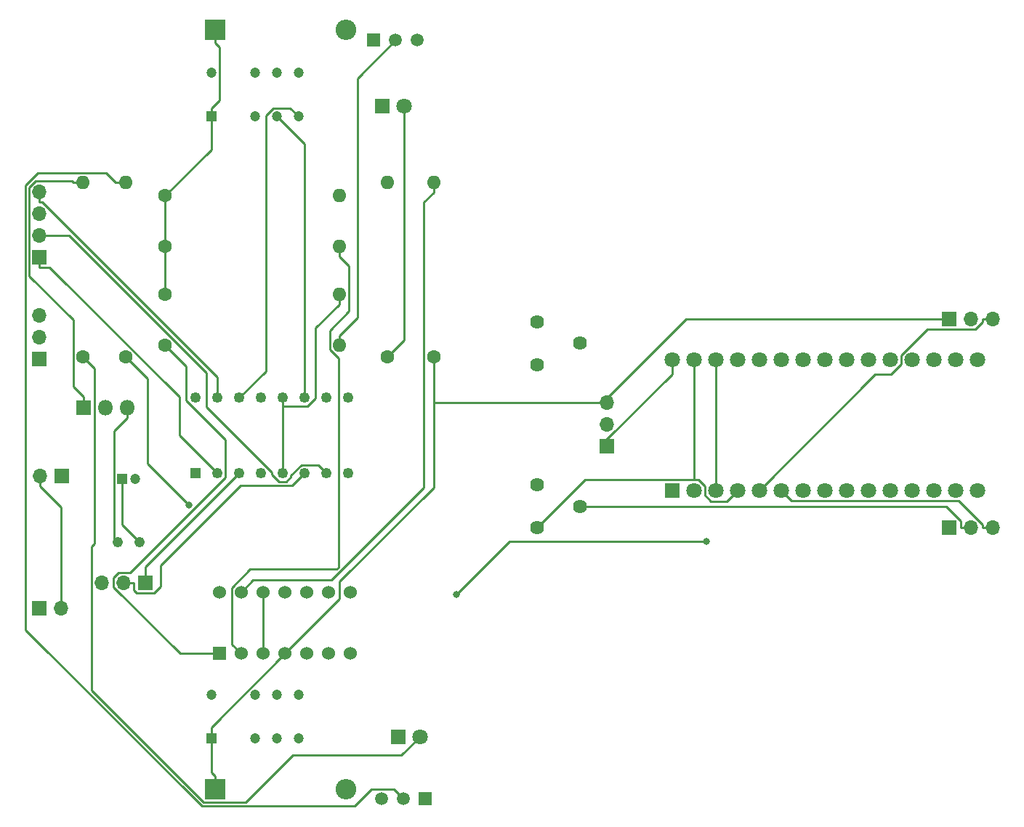
<source format=gbr>
G04 #@! TF.FileFunction,Copper,L2,Bot,Signal*
%FSLAX46Y46*%
G04 Gerber Fmt 4.6, Leading zero omitted, Abs format (unit mm)*
G04 Created by KiCad (PCBNEW 4.0.6) date 03/10/20 06:56:11*
%MOMM*%
%LPD*%
G01*
G04 APERTURE LIST*
%ADD10C,0.100000*%
%ADD11R,1.200000X1.200000*%
%ADD12C,1.200000*%
%ADD13R,2.400000X2.400000*%
%ADD14O,2.400000X2.400000*%
%ADD15R,1.800000X1.800000*%
%ADD16C,1.800000*%
%ADD17C,1.210000*%
%ADD18R,1.700000X1.700000*%
%ADD19O,1.700000X1.700000*%
%ADD20C,1.520000*%
%ADD21R,1.520000X1.520000*%
%ADD22C,1.620000*%
%ADD23C,1.600000*%
%ADD24O,1.600000X1.600000*%
%ADD25R,1.524000X1.524000*%
%ADD26C,1.524000*%
%ADD27O,1.800000X1.800000*%
%ADD28R,1.250000X1.250000*%
%ADD29C,1.250000*%
%ADD30C,0.800000*%
%ADD31C,0.250000*%
G04 APERTURE END LIST*
D10*
D11*
X78668900Y-109286000D03*
D12*
X80168900Y-109286000D03*
D13*
X89500000Y-57000000D03*
D14*
X104740000Y-57000000D03*
D13*
X89500000Y-145440000D03*
D14*
X104740000Y-145440000D03*
D15*
X110810000Y-139309000D03*
D16*
X113350000Y-139309000D03*
D15*
X109000000Y-65826600D03*
D16*
X111540000Y-65826600D03*
D17*
X80690500Y-116662000D03*
X78150500Y-116662000D03*
D18*
X175000000Y-115000000D03*
D19*
X177540000Y-115000000D03*
X180080000Y-115000000D03*
D18*
X175000000Y-90637400D03*
D19*
X177540000Y-90637400D03*
X180080000Y-90637400D03*
D18*
X81391800Y-121402000D03*
D19*
X78851800Y-121402000D03*
X76311800Y-121402000D03*
D18*
X69011800Y-95300800D03*
D19*
X69011800Y-92760800D03*
X69011800Y-90220800D03*
D18*
X71668600Y-108941000D03*
D19*
X69128600Y-108941000D03*
D18*
X135179000Y-105461000D03*
D19*
X135179000Y-102921000D03*
X135179000Y-100381000D03*
D18*
X69027000Y-124333000D03*
D19*
X71567000Y-124333000D03*
D18*
X69037200Y-83439000D03*
D19*
X69037200Y-80899000D03*
X69037200Y-78359000D03*
X69037200Y-75819000D03*
D11*
X89050000Y-67040000D03*
D12*
X89050000Y-61960000D03*
X94130000Y-67040000D03*
X99210000Y-61960000D03*
X96670000Y-67040000D03*
X99210000Y-67040000D03*
X94130000Y-61960000D03*
X96670000Y-61960000D03*
D11*
X89050000Y-139540000D03*
D12*
X89050000Y-134460000D03*
X94130000Y-139540000D03*
X99210000Y-134460000D03*
X96670000Y-139540000D03*
X99210000Y-139540000D03*
X94130000Y-134460000D03*
X96670000Y-134460000D03*
D20*
X110540000Y-58186300D03*
X113080000Y-58186300D03*
D21*
X108000000Y-58186300D03*
D20*
X111460000Y-146568000D03*
X108920000Y-146568000D03*
D21*
X114000000Y-146568000D03*
D22*
X127000000Y-110000000D03*
X132000000Y-112500000D03*
X127000000Y-115000000D03*
X127000000Y-91000000D03*
X132000000Y-93500000D03*
X127000000Y-96000000D03*
D23*
X74102000Y-95086400D03*
D24*
X74102000Y-74766400D03*
D23*
X109611000Y-95086400D03*
D24*
X109611000Y-74766400D03*
D23*
X83664000Y-93700600D03*
D24*
X103984000Y-93700600D03*
D23*
X79055000Y-95086400D03*
D24*
X79055000Y-74766400D03*
D23*
X114950000Y-95086400D03*
D24*
X114950000Y-74766400D03*
D23*
X83664000Y-76306700D03*
D24*
X103984000Y-76306700D03*
D23*
X83664000Y-82230000D03*
D24*
X103984000Y-82230000D03*
D23*
X83664000Y-87818000D03*
D24*
X103984000Y-87818000D03*
D15*
X142720000Y-110620000D03*
D16*
X145260000Y-110620000D03*
X147800000Y-110620000D03*
X150340000Y-110620000D03*
X152880000Y-110620000D03*
X155420000Y-110620000D03*
X157960000Y-110620000D03*
X160500000Y-110620000D03*
X163040000Y-110620000D03*
X165580000Y-110620000D03*
X168120000Y-110620000D03*
X170660000Y-110620000D03*
X173200000Y-110620000D03*
X175740000Y-110620000D03*
X178280000Y-110620000D03*
X178280000Y-95380000D03*
X175740000Y-95380000D03*
X173200000Y-95380000D03*
X170660000Y-95380000D03*
X168120000Y-95380000D03*
X165580000Y-95380000D03*
X163040000Y-95380000D03*
X160500000Y-95380000D03*
X157960000Y-95380000D03*
X155420000Y-95380000D03*
X152880000Y-95380000D03*
X150340000Y-95380000D03*
X147800000Y-95380000D03*
X145260000Y-95380000D03*
X142720000Y-95380000D03*
D25*
X89992200Y-129654100D03*
D26*
X92532200Y-129654100D03*
X95072200Y-129654100D03*
X97612200Y-129654100D03*
X100152200Y-129654100D03*
X102692200Y-129654100D03*
X105232200Y-129654100D03*
X105232200Y-122465900D03*
X102692200Y-122465900D03*
X100152200Y-122465900D03*
X97612200Y-122465900D03*
X95072200Y-122465900D03*
X92532200Y-122465900D03*
X89992200Y-122465900D03*
X92532200Y-122465900D03*
D15*
X74188300Y-100970000D03*
D27*
X76728300Y-100970000D03*
X79268300Y-100970000D03*
D28*
X87223600Y-108642000D03*
D29*
X89763600Y-108642000D03*
X92303600Y-108642000D03*
X94843600Y-108642000D03*
X97383600Y-108642000D03*
X99923600Y-108642000D03*
X102463600Y-108642000D03*
X105003600Y-108642000D03*
X105003600Y-99842000D03*
X102463600Y-99842000D03*
X99923600Y-99842000D03*
X97383600Y-99842000D03*
X94843600Y-99842000D03*
X92303600Y-99842000D03*
X89763600Y-99842000D03*
X87223600Y-99842000D03*
D30*
X86436900Y-112344100D03*
X146748500Y-116586000D03*
X117614700Y-122796300D03*
D31*
X78668900Y-114640400D02*
X80690500Y-116662000D01*
X78668900Y-109286000D02*
X78668900Y-114640400D01*
X95072200Y-122465900D02*
X95072200Y-129654100D01*
X71567000Y-112554700D02*
X69128600Y-110116300D01*
X71567000Y-124333000D02*
X71567000Y-112554700D01*
X69128600Y-108941000D02*
X69128600Y-110116300D01*
X145260000Y-95380000D02*
X145260000Y-109390800D01*
X145815700Y-109390800D02*
X145260000Y-109390800D01*
X146530000Y-110105100D02*
X145815700Y-109390800D01*
X146530000Y-111139700D02*
X146530000Y-110105100D01*
X147269300Y-111879000D02*
X146530000Y-111139700D01*
X149081000Y-111879000D02*
X147269300Y-111879000D01*
X150340000Y-110620000D02*
X149081000Y-111879000D01*
X132609200Y-109390800D02*
X127000000Y-115000000D01*
X145260000Y-109390800D02*
X132609200Y-109390800D01*
X74188300Y-100970000D02*
X74188300Y-99744700D01*
X74102000Y-74766400D02*
X72976700Y-74766400D01*
X103984000Y-87818000D02*
X103984000Y-88943300D01*
X101225000Y-91702300D02*
X103984000Y-88943300D01*
X101225000Y-99894200D02*
X101225000Y-91702300D01*
X100290900Y-100828300D02*
X101225000Y-99894200D01*
X97383600Y-100828300D02*
X100290900Y-100828300D01*
X97383600Y-108642000D02*
X97383600Y-100828300D01*
X97383600Y-100828300D02*
X97383600Y-99842000D01*
X72813700Y-74603400D02*
X72976700Y-74766400D01*
X68579600Y-74603400D02*
X72813700Y-74603400D01*
X67860300Y-75322700D02*
X68579600Y-74603400D01*
X67860300Y-85630100D02*
X67860300Y-75322700D01*
X72963000Y-90732800D02*
X67860300Y-85630100D01*
X72963000Y-98519400D02*
X72963000Y-90732800D01*
X74188300Y-99744700D02*
X72963000Y-98519400D01*
X83664000Y-87818000D02*
X83664000Y-82230000D01*
X83664000Y-76306700D02*
X83664000Y-82230000D01*
X89500000Y-57000000D02*
X89500000Y-58525300D01*
X89050000Y-70920700D02*
X83664000Y-76306700D01*
X89050000Y-67040000D02*
X89050000Y-70920700D01*
X89975400Y-59000700D02*
X89500000Y-58525300D01*
X89975400Y-65189300D02*
X89975400Y-59000700D01*
X89050000Y-66114700D02*
X89975400Y-65189300D01*
X89050000Y-67040000D02*
X89050000Y-66114700D01*
X114950000Y-100381000D02*
X134003700Y-100381000D01*
X114950000Y-100381000D02*
X114950000Y-95086400D01*
X135179000Y-100381000D02*
X134591400Y-100381000D01*
X134591400Y-100381000D02*
X134003700Y-100381000D01*
X144335000Y-90637400D02*
X175000000Y-90637400D01*
X134591400Y-100381000D02*
X144335000Y-90637400D01*
X103962200Y-123304100D02*
X97612200Y-129654100D01*
X103962200Y-121269500D02*
X103962200Y-123304100D01*
X114950000Y-110281700D02*
X103962200Y-121269500D01*
X114950000Y-100381000D02*
X114950000Y-110281700D01*
X89050000Y-138216300D02*
X89050000Y-139540000D01*
X97612200Y-129654100D02*
X89050000Y-138216300D01*
X89050000Y-143464700D02*
X89500000Y-143914700D01*
X89050000Y-139540000D02*
X89050000Y-143464700D01*
X89500000Y-145440000D02*
X89500000Y-143914700D01*
X86154300Y-96190900D02*
X83664000Y-93700600D01*
X86154300Y-100158200D02*
X86154300Y-96190900D01*
X90714600Y-104718500D02*
X86154300Y-100158200D01*
X90714600Y-109131800D02*
X90714600Y-104718500D01*
X79619800Y-120226600D02*
X90714600Y-109131800D01*
X78263200Y-120226600D02*
X79619800Y-120226600D01*
X77665500Y-120824300D02*
X78263200Y-120226600D01*
X77665500Y-121917000D02*
X77665500Y-120824300D01*
X85402600Y-129654100D02*
X77665500Y-121917000D01*
X89992200Y-129654100D02*
X85402600Y-129654100D01*
X75413700Y-96398100D02*
X74102000Y-95086400D01*
X75413700Y-116823600D02*
X75413700Y-96398100D01*
X75092100Y-117145200D02*
X75413700Y-116823600D01*
X75092100Y-133907200D02*
X75092100Y-117145200D01*
X88150300Y-146965400D02*
X75092100Y-133907200D01*
X93093400Y-146965400D02*
X88150300Y-146965400D01*
X98579000Y-141479800D02*
X93093400Y-146965400D01*
X111179200Y-141479800D02*
X98579000Y-141479800D01*
X113350000Y-139309000D02*
X111179200Y-141479800D01*
X81613400Y-97644800D02*
X79055000Y-95086400D01*
X81613400Y-107520600D02*
X81613400Y-97644800D01*
X86436900Y-112344100D02*
X81613400Y-107520600D01*
X111540000Y-93157400D02*
X109611000Y-95086400D01*
X111540000Y-65826600D02*
X111540000Y-93157400D01*
X77734300Y-116245800D02*
X78150500Y-116662000D01*
X77734300Y-103729300D02*
X77734300Y-116245800D01*
X79268300Y-102195300D02*
X77734300Y-103729300D01*
X79268300Y-100970000D02*
X79268300Y-102195300D01*
X177540000Y-115000000D02*
X176364700Y-115000000D01*
X176364700Y-114192000D02*
X176364700Y-115000000D01*
X174672700Y-112500000D02*
X176364700Y-114192000D01*
X132000000Y-112500000D02*
X174672700Y-112500000D01*
X114950000Y-74766400D02*
X114950000Y-75891700D01*
X178904700Y-114632700D02*
X178904700Y-115000000D01*
X176117400Y-111845400D02*
X178904700Y-114632700D01*
X156645400Y-111845400D02*
X176117400Y-111845400D01*
X155420000Y-110620000D02*
X156645400Y-111845400D01*
X180080000Y-115000000D02*
X178904700Y-115000000D01*
X113824700Y-77017000D02*
X114950000Y-75891700D01*
X113824700Y-110304500D02*
X113824700Y-77017000D01*
X103039100Y-121090100D02*
X113824700Y-110304500D01*
X93908000Y-121090100D02*
X103039100Y-121090100D01*
X92532200Y-122465900D02*
X93908000Y-121090100D01*
X123825000Y-116586000D02*
X146748500Y-116586000D01*
X117614700Y-122796300D02*
X123825000Y-116586000D01*
X105109300Y-84480600D02*
X103984000Y-83355300D01*
X105109300Y-89774000D02*
X105109300Y-84480600D01*
X102844900Y-92038400D02*
X105109300Y-89774000D01*
X102844900Y-94195500D02*
X102844900Y-92038400D01*
X103858400Y-95209000D02*
X102844900Y-94195500D01*
X103858400Y-119633800D02*
X103858400Y-95209000D01*
X103663600Y-119828600D02*
X103858400Y-119633800D01*
X93601700Y-119828600D02*
X103663600Y-119828600D01*
X91441000Y-121989300D02*
X93601700Y-119828600D01*
X91441000Y-128562900D02*
X91441000Y-121989300D01*
X92532200Y-129654100D02*
X91441000Y-128562900D01*
X103984000Y-82230000D02*
X103984000Y-83355300D01*
X178904700Y-91004800D02*
X178904700Y-90637400D01*
X178096800Y-91812700D02*
X178904700Y-91004800D01*
X172463000Y-91812700D02*
X178096800Y-91812700D01*
X169390100Y-94885600D02*
X172463000Y-91812700D01*
X169390100Y-95933300D02*
X169390100Y-94885600D01*
X168233000Y-97090400D02*
X169390100Y-95933300D01*
X166409600Y-97090400D02*
X168233000Y-97090400D01*
X152880000Y-110620000D02*
X166409600Y-97090400D01*
X180080000Y-90637400D02*
X178904700Y-90637400D01*
X81391800Y-119553800D02*
X81391800Y-121402000D01*
X92303600Y-108642000D02*
X81391800Y-119553800D01*
X80027100Y-122210100D02*
X80027100Y-121402000D01*
X80394300Y-122577300D02*
X80027100Y-122210100D01*
X82384100Y-122577300D02*
X80394300Y-122577300D01*
X83132700Y-121828700D02*
X82384100Y-122577300D01*
X83132700Y-119368100D02*
X83132700Y-121828700D01*
X92434200Y-110066600D02*
X83132700Y-119368100D01*
X98499000Y-110066600D02*
X92434200Y-110066600D01*
X99923600Y-108642000D02*
X98499000Y-110066600D01*
X78851800Y-121402000D02*
X80027100Y-121402000D01*
X99923600Y-70293600D02*
X96670000Y-67040000D01*
X99923600Y-99842000D02*
X99923600Y-70293600D01*
X98265200Y-66095200D02*
X99210000Y-67040000D01*
X96274800Y-66095200D02*
X98265200Y-66095200D01*
X95400000Y-66970000D02*
X96274800Y-66095200D01*
X95400000Y-96745600D02*
X95400000Y-66970000D01*
X92303600Y-99842000D02*
X95400000Y-96745600D01*
X135179000Y-105461000D02*
X135179000Y-104545600D01*
X142720000Y-97079200D02*
X142720000Y-95380000D01*
X135253600Y-104545600D02*
X142720000Y-97079200D01*
X135179000Y-104545600D02*
X135253600Y-104545600D01*
X69037200Y-83439000D02*
X69037200Y-84614300D01*
X85319600Y-104198000D02*
X89763600Y-108642000D01*
X85319600Y-99721400D02*
X85319600Y-104198000D01*
X70212500Y-84614300D02*
X85319600Y-99721400D01*
X69037200Y-84614300D02*
X70212500Y-84614300D01*
X72490600Y-80899000D02*
X69037200Y-80899000D01*
X88493700Y-96902100D02*
X72490600Y-80899000D01*
X88493700Y-100888500D02*
X88493700Y-96902100D01*
X96113700Y-108508500D02*
X88493700Y-100888500D01*
X96113700Y-108750200D02*
X96113700Y-108508500D01*
X96979700Y-109616200D02*
X96113700Y-108750200D01*
X97782100Y-109616200D02*
X96979700Y-109616200D01*
X98336300Y-109062000D02*
X97782100Y-109616200D01*
X98336300Y-108885000D02*
X98336300Y-109062000D01*
X99556200Y-107665100D02*
X98336300Y-108885000D01*
X101486700Y-107665100D02*
X99556200Y-107665100D01*
X102463600Y-108642000D02*
X101486700Y-107665100D01*
X69334800Y-76994300D02*
X69037200Y-76994300D01*
X89763600Y-97423100D02*
X69334800Y-76994300D01*
X89763600Y-99842000D02*
X89763600Y-97423100D01*
X69037200Y-75819000D02*
X69037200Y-76994300D01*
X103984000Y-93700600D02*
X103984000Y-92575300D01*
X106068800Y-62657500D02*
X110540000Y-58186300D01*
X106068800Y-90490500D02*
X106068800Y-62657500D01*
X103984000Y-92575300D02*
X106068800Y-90490500D01*
X110344500Y-145452500D02*
X111460000Y-146568000D01*
X107703200Y-145452500D02*
X110344500Y-145452500D01*
X105727600Y-147428100D02*
X107703200Y-145452500D01*
X87956800Y-147428100D02*
X105727600Y-147428100D01*
X67409900Y-126881200D02*
X87956800Y-147428100D01*
X67409900Y-75104900D02*
X67409900Y-126881200D01*
X68874200Y-73640600D02*
X67409900Y-75104900D01*
X76803900Y-73640600D02*
X68874200Y-73640600D01*
X77929700Y-74766400D02*
X76803900Y-73640600D01*
X79055000Y-74766400D02*
X77929700Y-74766400D01*
X147800000Y-95380000D02*
X147800000Y-110620000D01*
M02*

</source>
